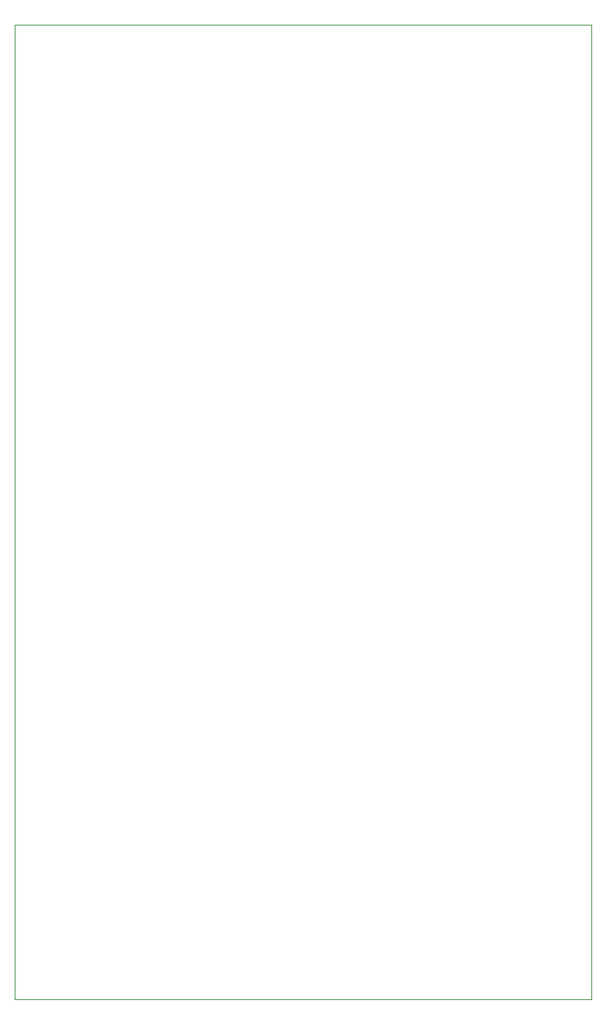
<source format=gbr>
%TF.GenerationSoftware,KiCad,Pcbnew,9.0.6*%
%TF.CreationDate,2025-12-28T11:40:05+01:00*%
%TF.ProjectId,USB_Hub,5553425f-4875-4622-9e6b-696361645f70,rev?*%
%TF.SameCoordinates,Original*%
%TF.FileFunction,Profile,NP*%
%FSLAX46Y46*%
G04 Gerber Fmt 4.6, Leading zero omitted, Abs format (unit mm)*
G04 Created by KiCad (PCBNEW 9.0.6) date 2025-12-28 11:40:05*
%MOMM*%
%LPD*%
G01*
G04 APERTURE LIST*
%TA.AperFunction,Profile*%
%ADD10C,0.050000*%
%TD*%
G04 APERTURE END LIST*
D10*
X41146000Y-35984800D02*
X104396000Y-35984800D01*
X104396000Y-142798800D01*
X41146000Y-142798800D01*
X41146000Y-35984800D01*
M02*

</source>
